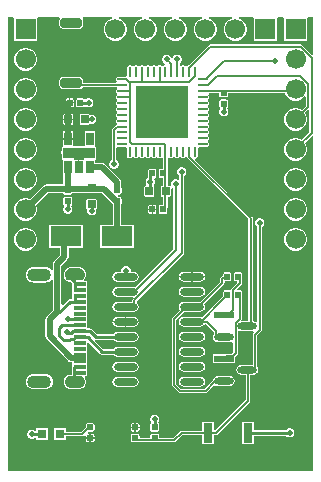
<source format=gtl>
%TF.GenerationSoftware,Altium Limited,Altium Designer,23.2.1 (34)*%
G04 Layer_Physical_Order=1*
G04 Layer_Color=255*
%FSLAX45Y45*%
%MOMM*%
%TF.SameCoordinates,A812FC76-EFF7-42A6-A9F1-56CA2D28D9A5*%
%TF.FilePolarity,Positive*%
%TF.FileFunction,Copper,L1,Top,Signal*%
%TF.Part,Single*%
G01*
G75*
%TA.AperFunction,SMDPad,CuDef*%
%ADD10O,2.03200X0.60960*%
%ADD11R,4.50000X4.50000*%
%ADD12O,0.25000X0.90000*%
%ADD13O,0.90000X0.25000*%
%ADD14R,1.00000X0.30000*%
G04:AMPARAMS|DCode=15|XSize=0.55mm|YSize=0.5mm|CornerRadius=0.0625mm|HoleSize=0mm|Usage=FLASHONLY|Rotation=270.000|XOffset=0mm|YOffset=0mm|HoleType=Round|Shape=RoundedRectangle|*
%AMROUNDEDRECTD15*
21,1,0.55000,0.37500,0,0,270.0*
21,1,0.42500,0.50000,0,0,270.0*
1,1,0.12500,-0.18750,-0.21250*
1,1,0.12500,-0.18750,0.21250*
1,1,0.12500,0.18750,0.21250*
1,1,0.12500,0.18750,-0.21250*
%
%ADD15ROUNDEDRECTD15*%
G04:AMPARAMS|DCode=16|XSize=0.55mm|YSize=0.5mm|CornerRadius=0.0625mm|HoleSize=0mm|Usage=FLASHONLY|Rotation=180.000|XOffset=0mm|YOffset=0mm|HoleType=Round|Shape=RoundedRectangle|*
%AMROUNDEDRECTD16*
21,1,0.55000,0.37500,0,0,180.0*
21,1,0.42500,0.50000,0,0,180.0*
1,1,0.12500,-0.21250,0.18750*
1,1,0.12500,0.21250,0.18750*
1,1,0.12500,0.21250,-0.18750*
1,1,0.12500,-0.21250,-0.18750*
%
%ADD16ROUNDEDRECTD16*%
%ADD17R,0.80000X1.70000*%
G04:AMPARAMS|DCode=18|XSize=1.65712mm|YSize=0.61213mm|CornerRadius=0.30606mm|HoleSize=0mm|Usage=FLASHONLY|Rotation=0.000|XOffset=0mm|YOffset=0mm|HoleType=Round|Shape=RoundedRectangle|*
%AMROUNDEDRECTD18*
21,1,1.65712,0.00000,0,0,0.0*
21,1,1.04499,0.61213,0,0,0.0*
1,1,0.61213,0.52250,0.00000*
1,1,0.61213,-0.52250,0.00000*
1,1,0.61213,-0.52250,0.00000*
1,1,0.61213,0.52250,0.00000*
%
%ADD18ROUNDEDRECTD18*%
%ADD19R,1.65712X0.61213*%
%ADD20C,0.90000*%
%ADD21R,2.65000X1.75000*%
%ADD22R,0.65000X1.10000*%
%ADD23R,0.80000X0.80000*%
G04:AMPARAMS|DCode=24|XSize=0.76mm|YSize=0.6604mm|CornerRadius=0.08255mm|HoleSize=0mm|Usage=FLASHONLY|Rotation=90.000|XOffset=0mm|YOffset=0mm|HoleType=Round|Shape=RoundedRectangle|*
%AMROUNDEDRECTD24*
21,1,0.76000,0.49530,0,0,90.0*
21,1,0.59490,0.66040,0,0,90.0*
1,1,0.16510,0.24765,0.29745*
1,1,0.16510,0.24765,-0.29745*
1,1,0.16510,-0.24765,-0.29745*
1,1,0.16510,-0.24765,0.29745*
%
%ADD24ROUNDEDRECTD24*%
G04:AMPARAMS|DCode=25|XSize=0.76mm|YSize=0.6604mm|CornerRadius=0.08255mm|HoleSize=0mm|Usage=FLASHONLY|Rotation=0.000|XOffset=0mm|YOffset=0mm|HoleType=Round|Shape=RoundedRectangle|*
%AMROUNDEDRECTD25*
21,1,0.76000,0.49530,0,0,0.0*
21,1,0.59490,0.66040,0,0,0.0*
1,1,0.16510,0.29745,-0.24765*
1,1,0.16510,-0.29745,-0.24765*
1,1,0.16510,-0.29745,0.24765*
1,1,0.16510,0.29745,0.24765*
%
%ADD25ROUNDEDRECTD25*%
G04:AMPARAMS|DCode=26|XSize=0.8mm|YSize=1.8mm|CornerRadius=0.2mm|HoleSize=0mm|Usage=FLASHONLY|Rotation=90.000|XOffset=0mm|YOffset=0mm|HoleType=Round|Shape=RoundedRectangle|*
%AMROUNDEDRECTD26*
21,1,0.80000,1.40000,0,0,90.0*
21,1,0.40000,1.80000,0,0,90.0*
1,1,0.40000,0.70000,0.20000*
1,1,0.40000,0.70000,-0.20000*
1,1,0.40000,-0.70000,-0.20000*
1,1,0.40000,-0.70000,0.20000*
%
%ADD26ROUNDEDRECTD26*%
%TA.AperFunction,Conductor*%
%ADD27C,0.25400*%
%ADD28C,0.10160*%
%ADD29C,0.15240*%
%ADD30C,0.50800*%
%ADD31C,0.20320*%
%TA.AperFunction,ComponentPad*%
G04:AMPARAMS|DCode=32|XSize=1.1mm|YSize=2.05mm|CornerRadius=0.55mm|HoleSize=0mm|Usage=FLASHONLY|Rotation=270.000|XOffset=0mm|YOffset=0mm|HoleType=Round|Shape=RoundedRectangle|*
%AMROUNDEDRECTD32*
21,1,1.10000,0.95000,0,0,270.0*
21,1,0.00000,2.05000,0,0,270.0*
1,1,1.10000,-0.47500,0.00000*
1,1,1.10000,-0.47500,0.00000*
1,1,1.10000,0.47500,0.00000*
1,1,1.10000,0.47500,0.00000*
%
%ADD32ROUNDEDRECTD32*%
G04:AMPARAMS|DCode=33|XSize=0.6mm|YSize=1.15mm|CornerRadius=0.3mm|HoleSize=0mm|Usage=FLASHONLY|Rotation=270.000|XOffset=0mm|YOffset=0mm|HoleType=Round|Shape=RoundedRectangle|*
%AMROUNDEDRECTD33*
21,1,0.60000,0.55000,0,0,270.0*
21,1,0.00000,1.15000,0,0,270.0*
1,1,0.60000,-0.27500,0.00000*
1,1,0.60000,-0.27500,0.00000*
1,1,0.60000,0.27500,0.00000*
1,1,0.60000,0.27500,0.00000*
%
%ADD33ROUNDEDRECTD33*%
%ADD34C,1.70000*%
%ADD35R,1.70000X1.70000*%
%ADD36R,1.70000X1.70000*%
%TA.AperFunction,ViaPad*%
%ADD37C,0.50000*%
G36*
X2613212Y-336817D02*
X2600512Y-342078D01*
X2518756Y-260321D01*
X2512875Y-256392D01*
X2505937Y-255012D01*
X1741623D01*
X1734686Y-256392D01*
X1728805Y-260321D01*
X1563591Y-425535D01*
X1561902Y-428062D01*
X1559646Y-430318D01*
X1552928Y-431655D01*
X1545433Y-436663D01*
X1544011Y-438792D01*
X1529529D01*
X1528107Y-436663D01*
X1520611Y-431655D01*
X1511770Y-429896D01*
X1502928Y-431655D01*
X1495433Y-436663D01*
X1494553Y-437980D01*
X1481853Y-434127D01*
Y-415451D01*
X1483158Y-414910D01*
X1494410Y-403658D01*
X1500500Y-388957D01*
Y-373043D01*
X1494410Y-358342D01*
X1483158Y-347090D01*
X1468457Y-341000D01*
X1452543D01*
X1437842Y-347090D01*
X1426590Y-358342D01*
X1422923Y-367193D01*
X1409177D01*
X1405510Y-358342D01*
X1394258Y-347090D01*
X1379557Y-341000D01*
X1363643D01*
X1348942Y-347090D01*
X1337690Y-358342D01*
X1331600Y-373043D01*
Y-388957D01*
X1337690Y-403658D01*
X1348942Y-414910D01*
X1356426Y-418010D01*
X1355125Y-431218D01*
X1352928Y-431655D01*
X1345433Y-436663D01*
X1344011Y-438792D01*
X1329529D01*
X1328107Y-436663D01*
X1320611Y-431655D01*
X1311770Y-429896D01*
X1302928Y-431655D01*
X1295433Y-436663D01*
X1294011Y-438792D01*
X1279529D01*
X1278107Y-436663D01*
X1270611Y-431655D01*
X1261770Y-429896D01*
X1252928Y-431655D01*
X1245433Y-436663D01*
X1244011Y-438792D01*
X1229529D01*
X1228107Y-436663D01*
X1220611Y-431655D01*
X1211770Y-429896D01*
X1202929Y-431655D01*
X1195433Y-436663D01*
X1194011Y-438792D01*
X1179529D01*
X1178107Y-436663D01*
X1170611Y-431655D01*
X1161770Y-429896D01*
X1152928Y-431655D01*
X1145433Y-436663D01*
X1144011Y-438792D01*
X1129529D01*
X1128107Y-436663D01*
X1120611Y-431655D01*
X1111770Y-429896D01*
X1102928Y-431655D01*
X1095433Y-436663D01*
X1094011Y-438792D01*
X1079529D01*
X1078107Y-436663D01*
X1070612Y-431655D01*
X1061770Y-429896D01*
X1052929Y-431655D01*
X1045433Y-436663D01*
X1040425Y-444158D01*
X1038666Y-453000D01*
Y-516316D01*
X1036404Y-520262D01*
X1031532Y-525134D01*
X1027586Y-527396D01*
X964270D01*
X955428Y-529155D01*
X947933Y-534163D01*
X942925Y-541659D01*
X941166Y-550500D01*
X942925Y-559342D01*
X947933Y-566837D01*
X949482Y-567872D01*
X945629Y-580572D01*
X664979D01*
Y-560572D01*
X662638Y-548804D01*
X655972Y-538828D01*
X645996Y-532162D01*
X634228Y-529821D01*
X494228D01*
X482461Y-532162D01*
X472484Y-538828D01*
X465818Y-548804D01*
X463478Y-560572D01*
Y-600572D01*
X465818Y-612340D01*
X472484Y-622316D01*
X482461Y-628982D01*
X494228Y-631323D01*
X634228D01*
X645996Y-628982D01*
X655972Y-622316D01*
X659639Y-616828D01*
X947927D01*
X947933Y-616837D01*
X950062Y-618259D01*
Y-632741D01*
X947933Y-634163D01*
X942925Y-641658D01*
X941166Y-650500D01*
X942925Y-659341D01*
X947933Y-666837D01*
X950062Y-668259D01*
Y-682741D01*
X947933Y-684163D01*
X942925Y-691659D01*
X941166Y-700500D01*
X942925Y-709341D01*
X947933Y-716837D01*
X950062Y-718259D01*
Y-732741D01*
X947933Y-734163D01*
X942925Y-741658D01*
X941166Y-750500D01*
X942925Y-759341D01*
X947933Y-766837D01*
X950062Y-768259D01*
Y-782741D01*
X947933Y-784163D01*
X942925Y-791658D01*
X941166Y-800500D01*
X942925Y-809341D01*
X947933Y-816837D01*
X950062Y-818259D01*
Y-832741D01*
X947933Y-834163D01*
X942925Y-841658D01*
X941166Y-850500D01*
X942925Y-859341D01*
X947933Y-866837D01*
X950062Y-868259D01*
Y-882741D01*
X947933Y-884163D01*
X942925Y-891658D01*
X941166Y-900500D01*
X942925Y-909341D01*
X947933Y-916837D01*
X950062Y-918259D01*
Y-932741D01*
X948967Y-933472D01*
X947562Y-933752D01*
X941681Y-937681D01*
X914281Y-965081D01*
X910352Y-970962D01*
X908972Y-977900D01*
Y-1234213D01*
X904442Y-1236090D01*
X893190Y-1247342D01*
X887100Y-1262043D01*
Y-1277957D01*
X893190Y-1292658D01*
X904442Y-1303910D01*
X919143Y-1310000D01*
X935057D01*
X949758Y-1303910D01*
X961010Y-1292658D01*
X967100Y-1277957D01*
Y-1262043D01*
X961010Y-1247342D01*
X949758Y-1236090D01*
X945228Y-1234213D01*
Y-1130304D01*
X949184Y-1127024D01*
X957928Y-1122342D01*
X964270Y-1123604D01*
X1027586D01*
X1031532Y-1125866D01*
X1036403Y-1130736D01*
X1038666Y-1134684D01*
Y-1198000D01*
X1040425Y-1206841D01*
X1045433Y-1214337D01*
X1052929Y-1219345D01*
X1061770Y-1221104D01*
X1070612Y-1219345D01*
X1078107Y-1214337D01*
X1079529Y-1212208D01*
X1094011D01*
X1095433Y-1214337D01*
X1102928Y-1219345D01*
X1111770Y-1221104D01*
X1120611Y-1219345D01*
X1128107Y-1214337D01*
X1129529Y-1212208D01*
X1144011D01*
X1145433Y-1214337D01*
X1152928Y-1219345D01*
X1161770Y-1221104D01*
X1170611Y-1219345D01*
X1178107Y-1214337D01*
X1179529Y-1212208D01*
X1194011D01*
X1195433Y-1214337D01*
X1202929Y-1219345D01*
X1211770Y-1221104D01*
X1220611Y-1219345D01*
X1228107Y-1214337D01*
X1229529Y-1212208D01*
X1244011D01*
X1245433Y-1214337D01*
X1252928Y-1219345D01*
X1261770Y-1221104D01*
X1270611Y-1219345D01*
X1278107Y-1214337D01*
X1279529Y-1212208D01*
X1294011D01*
X1295433Y-1214337D01*
X1302928Y-1219345D01*
X1311770Y-1221104D01*
X1320611Y-1219345D01*
X1328107Y-1214337D01*
X1328352Y-1213970D01*
X1341052Y-1217822D01*
Y-1308219D01*
X1321650D01*
X1315247Y-1309492D01*
X1309819Y-1313119D01*
X1306192Y-1318547D01*
X1304918Y-1324950D01*
Y-1367450D01*
X1306192Y-1373853D01*
X1309819Y-1379281D01*
X1315247Y-1382908D01*
X1321650Y-1384181D01*
X1339674D01*
Y-1450270D01*
X1333450Y-1451508D01*
X1327359Y-1455578D01*
X1323289Y-1461670D01*
X1321859Y-1468855D01*
Y-1528345D01*
X1323289Y-1535530D01*
X1327359Y-1541621D01*
X1333450Y-1545691D01*
X1338182Y-1546632D01*
Y-1613019D01*
X1321650D01*
X1315247Y-1614292D01*
X1309819Y-1617919D01*
X1306192Y-1623347D01*
X1304918Y-1629750D01*
Y-1672250D01*
X1306192Y-1678653D01*
X1309819Y-1684081D01*
X1315247Y-1687708D01*
X1321650Y-1688981D01*
X1359150D01*
X1365553Y-1687708D01*
X1370981Y-1684081D01*
X1374608Y-1678653D01*
X1375881Y-1672250D01*
Y-1647449D01*
X1378041Y-1644216D01*
X1379618Y-1636288D01*
Y-1547120D01*
X1390165D01*
X1397350Y-1545691D01*
X1403441Y-1541621D01*
X1407512Y-1535530D01*
X1408941Y-1528345D01*
Y-1477557D01*
X1421641Y-1471217D01*
X1427082Y-1475309D01*
Y-1990528D01*
X1107132Y-2310477D01*
X1094999Y-2308064D01*
X952759D01*
X936902Y-2311218D01*
X923459Y-2320200D01*
X914477Y-2333643D01*
X911323Y-2349500D01*
X914477Y-2365357D01*
X923459Y-2378800D01*
X936902Y-2387782D01*
X952759Y-2390936D01*
X1087809D01*
X1093070Y-2403636D01*
X1086365Y-2410341D01*
X1082435Y-2416222D01*
X1081055Y-2423160D01*
Y-2435064D01*
X952759D01*
X936902Y-2438218D01*
X923459Y-2447200D01*
X914477Y-2460643D01*
X911323Y-2476500D01*
X914477Y-2492357D01*
X923459Y-2505800D01*
X936902Y-2514782D01*
X952759Y-2517936D01*
X1094999D01*
X1110856Y-2514782D01*
X1124299Y-2505800D01*
X1133281Y-2492357D01*
X1136435Y-2476500D01*
X1133281Y-2460643D01*
X1124299Y-2447200D01*
X1118086Y-2443048D01*
X1117396Y-2430585D01*
X1511419Y-2036562D01*
X1515348Y-2030681D01*
X1516728Y-2023743D01*
Y-1369287D01*
X1521258Y-1367410D01*
X1532510Y-1356158D01*
X1538600Y-1341457D01*
Y-1325543D01*
X1532510Y-1310842D01*
X1521258Y-1299590D01*
X1506557Y-1293500D01*
X1490643D01*
X1475942Y-1299590D01*
X1464690Y-1310842D01*
X1458600Y-1325543D01*
Y-1341457D01*
X1464690Y-1356158D01*
X1475942Y-1367410D01*
X1480472Y-1369287D01*
Y-1394610D01*
X1467772Y-1400077D01*
X1455757Y-1395100D01*
X1439843D01*
X1425142Y-1401190D01*
X1413890Y-1412442D01*
X1407800Y-1427143D01*
Y-1443057D01*
X1407892Y-1443278D01*
X1397633Y-1451697D01*
X1397350Y-1451508D01*
X1390165Y-1450079D01*
X1381110D01*
Y-1350232D01*
X1380832Y-1348836D01*
X1380911Y-1348719D01*
X1382488Y-1340790D01*
Y-1217823D01*
X1395188Y-1213970D01*
X1395433Y-1214337D01*
X1402928Y-1219345D01*
X1411770Y-1221104D01*
X1420611Y-1219345D01*
X1428107Y-1214337D01*
X1429529Y-1212208D01*
X1444011D01*
X1445433Y-1214337D01*
X1452929Y-1219345D01*
X1461770Y-1221104D01*
X1470611Y-1219345D01*
X1478107Y-1214337D01*
X1479529Y-1212208D01*
X1494011D01*
X1495433Y-1214337D01*
X1502928Y-1219345D01*
X1511770Y-1221104D01*
X1520611Y-1219345D01*
X1528107Y-1214337D01*
X1529529Y-1212208D01*
X1544011D01*
X1545433Y-1214337D01*
X1546174Y-1214832D01*
X1548951Y-1218989D01*
X2064672Y-1734709D01*
Y-2600035D01*
X2011450D01*
X2007629Y-2594418D01*
X2005522Y-2587335D01*
X2008108Y-2583464D01*
X2009488Y-2576527D01*
Y-2402732D01*
X2009608Y-2402553D01*
X2010881Y-2396150D01*
Y-2353650D01*
X2009608Y-2347247D01*
X2005981Y-2341819D01*
X2000553Y-2338192D01*
X1994150Y-2336919D01*
X1973639D01*
X1968779Y-2325185D01*
X2004179Y-2289786D01*
X2008108Y-2283904D01*
X2009488Y-2276967D01*
Y-2250332D01*
X2009608Y-2250153D01*
X2010881Y-2243750D01*
Y-2201250D01*
X2009608Y-2194847D01*
X2005981Y-2189419D01*
X2000553Y-2185792D01*
X1994150Y-2184519D01*
X1956650D01*
X1950247Y-2185792D01*
X1944819Y-2189419D01*
X1941192Y-2194847D01*
X1939918Y-2201250D01*
Y-2243750D01*
X1941192Y-2250153D01*
X1944819Y-2255581D01*
X1950247Y-2259208D01*
X1956650Y-2260481D01*
X1964248D01*
X1969508Y-2273181D01*
X1917581Y-2325108D01*
X1913652Y-2330989D01*
X1910748Y-2337738D01*
X1904150Y-2336919D01*
X1866650D01*
X1860247Y-2338192D01*
X1854819Y-2341819D01*
X1851192Y-2347247D01*
X1849919Y-2353650D01*
Y-2387244D01*
X1831221Y-2405942D01*
X1831047Y-2406203D01*
X1672437Y-2564812D01*
X1658620Y-2562064D01*
X1516380D01*
X1500523Y-2565218D01*
X1487080Y-2574200D01*
X1478098Y-2587643D01*
X1474944Y-2603500D01*
X1478098Y-2619357D01*
X1487080Y-2632800D01*
X1500523Y-2641782D01*
X1516380Y-2644936D01*
X1658620D01*
X1674477Y-2641782D01*
X1687920Y-2632800D01*
X1694629Y-2622758D01*
X1707267Y-2622034D01*
X1775292Y-2690058D01*
Y-2706416D01*
X1774105Y-2707209D01*
X1765095Y-2720694D01*
X1761931Y-2736600D01*
X1765095Y-2752506D01*
X1774105Y-2765991D01*
X1787590Y-2775001D01*
X1803496Y-2778165D01*
X1907994D01*
X1923901Y-2775001D01*
X1924972Y-2774286D01*
X1937672Y-2781074D01*
Y-2863028D01*
X1926915Y-2873785D01*
X1873787D01*
X1872035Y-2874133D01*
X1762729D01*
Y-2955666D01*
X1948761D01*
Y-2903214D01*
X1968619Y-2883356D01*
X1972548Y-2877475D01*
X1973928Y-2870537D01*
Y-2759564D01*
X1974509Y-2756642D01*
Y-2689681D01*
X1973771Y-2685968D01*
X1977216Y-2682333D01*
X1986047Y-2678897D01*
X1987699Y-2680001D01*
X2003606Y-2683165D01*
X2102966D01*
X2108313Y-2695779D01*
X2105362Y-2698730D01*
X2101432Y-2704611D01*
X2100052Y-2711549D01*
Y-2968335D01*
X2003606D01*
X1987699Y-2971499D01*
X1974215Y-2980509D01*
X1965205Y-2993994D01*
X1962041Y-3009900D01*
X1965205Y-3025806D01*
X1974215Y-3039291D01*
X1987699Y-3048301D01*
X2003606Y-3051465D01*
X2042672D01*
Y-3265691D01*
X1785160Y-3523203D01*
X1772460Y-3520418D01*
Y-3448140D01*
X1672140D01*
Y-3525172D01*
X1498600D01*
X1491662Y-3526552D01*
X1485781Y-3530481D01*
X1430131Y-3586132D01*
X1307981D01*
Y-3569550D01*
X1306708Y-3563147D01*
X1303081Y-3557719D01*
X1297653Y-3554092D01*
X1291250Y-3552818D01*
X1248750D01*
X1242347Y-3554092D01*
X1236919Y-3557719D01*
X1233292Y-3563147D01*
X1232019Y-3569550D01*
Y-3586132D01*
X1142881D01*
Y-3569550D01*
X1141608Y-3563147D01*
X1137981Y-3557719D01*
X1132553Y-3554092D01*
X1126150Y-3552818D01*
X1083650D01*
X1077247Y-3554092D01*
X1071819Y-3557719D01*
X1068192Y-3563147D01*
X1066919Y-3569550D01*
Y-3607050D01*
X1068192Y-3613453D01*
X1071819Y-3618881D01*
X1077247Y-3622508D01*
X1083650Y-3623781D01*
X1126150D01*
X1132553Y-3622508D01*
X1132732Y-3622388D01*
X1242168D01*
X1242347Y-3622508D01*
X1248750Y-3623781D01*
X1291250D01*
X1297653Y-3622508D01*
X1297832Y-3622388D01*
X1437640D01*
X1444578Y-3621008D01*
X1450459Y-3617079D01*
X1506109Y-3561428D01*
X1672140D01*
Y-3638460D01*
X1772460D01*
Y-3561428D01*
X1790700D01*
X1797638Y-3560048D01*
X1803519Y-3556119D01*
X2073619Y-3286019D01*
X2077548Y-3280137D01*
X2078928Y-3273200D01*
Y-3051465D01*
X2108104D01*
X2124010Y-3048301D01*
X2137495Y-3039291D01*
X2146505Y-3025806D01*
X2149669Y-3009900D01*
X2146505Y-2993994D01*
X2137495Y-2980509D01*
X2136308Y-2979716D01*
Y-2719058D01*
X2171819Y-2683548D01*
X2175748Y-2677666D01*
X2177128Y-2670729D01*
Y-1801087D01*
X2181658Y-1799210D01*
X2192910Y-1787958D01*
X2199000Y-1773257D01*
Y-1757343D01*
X2192910Y-1742642D01*
X2181658Y-1731390D01*
X2166957Y-1725300D01*
X2151043D01*
X2136342Y-1731390D01*
X2125090Y-1742642D01*
X2119000Y-1757343D01*
Y-1773257D01*
X2125090Y-1787958D01*
X2136342Y-1799210D01*
X2140872Y-1801087D01*
Y-2599191D01*
X2128172Y-2605979D01*
X2124010Y-2603199D01*
X2108104Y-2600035D01*
X2100928D01*
Y-1727200D01*
X2099548Y-1720262D01*
X2095619Y-1714381D01*
X1614706Y-1233469D01*
X1618886Y-1219688D01*
X1620611Y-1219345D01*
X1628107Y-1214337D01*
X1633115Y-1206841D01*
X1634874Y-1198000D01*
Y-1134684D01*
X1637138Y-1130736D01*
X1642006Y-1125868D01*
X1645954Y-1123604D01*
X1709270D01*
X1718111Y-1121845D01*
X1725607Y-1116837D01*
X1730615Y-1109341D01*
X1732374Y-1100500D01*
X1730615Y-1091658D01*
X1725607Y-1084163D01*
X1723478Y-1082741D01*
Y-1068259D01*
X1725607Y-1066837D01*
X1730615Y-1059341D01*
X1732374Y-1050500D01*
X1730615Y-1041658D01*
X1725607Y-1034163D01*
X1723478Y-1032741D01*
Y-1018259D01*
X1725607Y-1016837D01*
X1730615Y-1009341D01*
X1732374Y-1000500D01*
X1730615Y-991658D01*
X1725607Y-984163D01*
X1723478Y-982741D01*
Y-968259D01*
X1725607Y-966837D01*
X1730615Y-959341D01*
X1732374Y-950500D01*
X1730615Y-941659D01*
X1725607Y-934163D01*
X1723478Y-932741D01*
Y-918259D01*
X1725607Y-916837D01*
X1730615Y-909341D01*
X1732374Y-900500D01*
X1730615Y-891658D01*
X1725607Y-884163D01*
X1723478Y-882741D01*
Y-868259D01*
X1725607Y-866837D01*
X1730615Y-859341D01*
X1732374Y-850500D01*
X1730615Y-841658D01*
X1725607Y-834163D01*
X1723478Y-832741D01*
Y-818259D01*
X1725607Y-816837D01*
X1730615Y-809341D01*
X1732374Y-800500D01*
X1730615Y-791658D01*
X1725607Y-784163D01*
X1723478Y-782741D01*
Y-768259D01*
X1725607Y-766837D01*
X1730615Y-759341D01*
X1732374Y-750500D01*
X1730615Y-741658D01*
X1725607Y-734163D01*
X1723478Y-732741D01*
Y-718259D01*
X1725607Y-716837D01*
X1730615Y-709341D01*
X1732374Y-700500D01*
X1730615Y-691659D01*
X1725607Y-684163D01*
X1730853Y-672394D01*
X1734288Y-668628D01*
X1816219D01*
Y-684950D01*
X1817492Y-691353D01*
X1821119Y-696781D01*
X1826547Y-700408D01*
X1832950Y-701682D01*
X1875450D01*
X1881853Y-700408D01*
X1887281Y-696781D01*
X1890908Y-691353D01*
X1892181Y-684950D01*
Y-668628D01*
X2374294D01*
X2375125Y-671730D01*
X2387653Y-693430D01*
X2405370Y-711147D01*
X2427070Y-723675D01*
X2451272Y-730160D01*
X2476328D01*
X2500530Y-723675D01*
X2522230Y-711147D01*
X2538292Y-695085D01*
X2550992Y-697426D01*
Y-773631D01*
X2515598Y-809025D01*
X2500530Y-800325D01*
X2476328Y-793840D01*
X2451272D01*
X2427070Y-800325D01*
X2405370Y-812853D01*
X2387653Y-830570D01*
X2375125Y-852270D01*
X2368640Y-876472D01*
Y-901528D01*
X2375125Y-925730D01*
X2387653Y-947430D01*
X2405370Y-965147D01*
X2427070Y-977675D01*
X2451272Y-984160D01*
X2476328D01*
X2500530Y-977675D01*
X2522230Y-965147D01*
X2539947Y-947430D01*
X2552475Y-925730D01*
X2558960Y-901528D01*
Y-876472D01*
X2552475Y-852270D01*
X2541916Y-833981D01*
X2569739Y-806159D01*
X2581472Y-811019D01*
Y-997151D01*
X2515598Y-1063025D01*
X2500530Y-1054325D01*
X2476328Y-1047840D01*
X2451272D01*
X2427070Y-1054325D01*
X2405370Y-1066853D01*
X2387653Y-1084570D01*
X2375125Y-1106270D01*
X2368640Y-1130472D01*
Y-1155528D01*
X2375125Y-1179730D01*
X2387653Y-1201430D01*
X2405370Y-1219147D01*
X2427070Y-1231675D01*
X2451272Y-1238160D01*
X2476328D01*
X2500530Y-1231675D01*
X2522230Y-1219147D01*
X2539947Y-1201430D01*
X2552475Y-1179730D01*
X2558960Y-1155528D01*
Y-1130472D01*
X2552475Y-1106270D01*
X2541916Y-1087981D01*
X2600512Y-1029385D01*
X2613212Y-1034646D01*
X2613212Y-3862892D01*
X25848Y-3862893D01*
X25848Y-23308D01*
X73474D01*
X82640Y-31840D01*
X82640Y-36008D01*
Y-222160D01*
X272960D01*
Y-36008D01*
X272960Y-31840D01*
X282126Y-23308D01*
X460698D01*
X467486Y-36008D01*
X465818Y-38504D01*
X463478Y-50272D01*
Y-90272D01*
X465818Y-102040D01*
X472484Y-112016D01*
X482461Y-118682D01*
X494228Y-121023D01*
X634228D01*
X645996Y-118682D01*
X655972Y-112016D01*
X662638Y-102040D01*
X664979Y-90272D01*
Y-50272D01*
X662638Y-38504D01*
X660970Y-36008D01*
X667759Y-23308D01*
X907506D01*
X909178Y-36008D01*
X900530Y-38325D01*
X878830Y-50853D01*
X861113Y-68570D01*
X848585Y-90270D01*
X842100Y-114472D01*
Y-139528D01*
X848585Y-163730D01*
X861113Y-185430D01*
X878830Y-203147D01*
X900530Y-215675D01*
X924732Y-222160D01*
X949788D01*
X973990Y-215675D01*
X995690Y-203147D01*
X1013407Y-185430D01*
X1025935Y-163730D01*
X1032420Y-139528D01*
Y-114472D01*
X1025935Y-90270D01*
X1013407Y-68570D01*
X995690Y-50853D01*
X973990Y-38325D01*
X965342Y-36008D01*
X967014Y-23308D01*
X1161506D01*
X1163178Y-36008D01*
X1154530Y-38325D01*
X1132830Y-50853D01*
X1115113Y-68570D01*
X1102585Y-90270D01*
X1096100Y-114472D01*
Y-139528D01*
X1102585Y-163730D01*
X1115113Y-185430D01*
X1132830Y-203147D01*
X1154530Y-215675D01*
X1178732Y-222160D01*
X1203788D01*
X1227990Y-215675D01*
X1249690Y-203147D01*
X1267407Y-185430D01*
X1279935Y-163730D01*
X1286420Y-139528D01*
Y-114472D01*
X1279935Y-90270D01*
X1267407Y-68570D01*
X1249690Y-50853D01*
X1227990Y-38325D01*
X1219342Y-36008D01*
X1221014Y-23308D01*
X1415506D01*
X1417178Y-36008D01*
X1408530Y-38325D01*
X1386830Y-50853D01*
X1369113Y-68570D01*
X1356585Y-90270D01*
X1350100Y-114472D01*
Y-139528D01*
X1356585Y-163730D01*
X1369113Y-185430D01*
X1386830Y-203147D01*
X1408530Y-215675D01*
X1432732Y-222160D01*
X1457788D01*
X1481990Y-215675D01*
X1503690Y-203147D01*
X1521407Y-185430D01*
X1533935Y-163730D01*
X1540420Y-139528D01*
Y-114472D01*
X1533935Y-90270D01*
X1521407Y-68570D01*
X1503690Y-50853D01*
X1481990Y-38325D01*
X1473342Y-36008D01*
X1475014Y-23308D01*
X1669506Y-23308D01*
X1671178Y-36008D01*
X1662530Y-38325D01*
X1640830Y-50853D01*
X1623113Y-68570D01*
X1610585Y-90270D01*
X1604100Y-114472D01*
Y-139528D01*
X1610585Y-163730D01*
X1623113Y-185430D01*
X1640830Y-203147D01*
X1662530Y-215675D01*
X1686732Y-222160D01*
X1711788D01*
X1735990Y-215675D01*
X1757690Y-203147D01*
X1775407Y-185430D01*
X1787935Y-163730D01*
X1794420Y-139528D01*
Y-114472D01*
X1787935Y-90270D01*
X1775407Y-68570D01*
X1757690Y-50853D01*
X1735990Y-38325D01*
X1727342Y-36008D01*
X1729014Y-23308D01*
X1923506D01*
X1925178Y-36008D01*
X1916530Y-38325D01*
X1894830Y-50853D01*
X1877113Y-68570D01*
X1864585Y-90270D01*
X1858100Y-114472D01*
Y-139528D01*
X1864585Y-163730D01*
X1877113Y-185430D01*
X1894830Y-203147D01*
X1916530Y-215675D01*
X1940732Y-222160D01*
X1965788D01*
X1989990Y-215675D01*
X2011690Y-203147D01*
X2029407Y-185430D01*
X2041935Y-163730D01*
X2048420Y-139528D01*
Y-114472D01*
X2041935Y-90270D01*
X2029407Y-68570D01*
X2011690Y-50853D01*
X1989990Y-38325D01*
X1981342Y-36008D01*
X1983014Y-23308D01*
X2102934D01*
X2112100Y-36008D01*
Y-222160D01*
X2302420D01*
Y-36008D01*
X2302420Y-31840D01*
X2311586Y-23308D01*
X2359474D01*
X2368640Y-36008D01*
Y-222160D01*
X2558960D01*
Y-36008D01*
X2558960Y-31840D01*
X2568126Y-23308D01*
X2613212D01*
Y-336817D01*
D02*
G37*
%LPC*%
G36*
X190328Y-285840D02*
X165272D01*
X141070Y-292325D01*
X119370Y-304853D01*
X101653Y-322570D01*
X89125Y-344270D01*
X82640Y-368472D01*
Y-393528D01*
X89125Y-417730D01*
X101653Y-439430D01*
X119370Y-457147D01*
X141070Y-469675D01*
X165272Y-476160D01*
X190328D01*
X214530Y-469675D01*
X236230Y-457147D01*
X253947Y-439430D01*
X266475Y-417730D01*
X272960Y-393528D01*
Y-368472D01*
X266475Y-344270D01*
X253947Y-322570D01*
X236230Y-304853D01*
X214530Y-292325D01*
X190328Y-285840D01*
D02*
G37*
G36*
X719157Y-709300D02*
X703243D01*
X688542Y-715390D01*
X687111Y-716821D01*
X672481Y-716219D01*
X667053Y-712592D01*
X660650Y-711319D01*
X623150D01*
X616747Y-712592D01*
X611319Y-716219D01*
X607692Y-721647D01*
X606418Y-728050D01*
Y-770550D01*
X607692Y-776953D01*
X611319Y-782381D01*
X616747Y-786008D01*
X623150Y-787281D01*
X660650D01*
X667053Y-786008D01*
X672481Y-782381D01*
X687111Y-781779D01*
X688542Y-783210D01*
X703243Y-789300D01*
X719157D01*
X733858Y-783210D01*
X745110Y-771958D01*
X751200Y-757257D01*
Y-741343D01*
X745110Y-726642D01*
X733858Y-715390D01*
X719157Y-709300D01*
D02*
G37*
G36*
X190328Y-539840D02*
X165272D01*
X141070Y-546325D01*
X119370Y-558853D01*
X101653Y-576570D01*
X89125Y-598270D01*
X82640Y-622472D01*
Y-647528D01*
X89125Y-671730D01*
X101653Y-693430D01*
X119370Y-711147D01*
X141070Y-723675D01*
X165272Y-730160D01*
X190328D01*
X214530Y-723675D01*
X236230Y-711147D01*
X253947Y-693430D01*
X266475Y-671730D01*
X272960Y-647528D01*
Y-622472D01*
X266475Y-598270D01*
X253947Y-576570D01*
X236230Y-558853D01*
X214530Y-546325D01*
X190328Y-539840D01*
D02*
G37*
G36*
X570650Y-711319D02*
X556980D01*
Y-744220D01*
X587382D01*
Y-728050D01*
X586108Y-721647D01*
X582481Y-716219D01*
X577053Y-712592D01*
X570650Y-711319D01*
D02*
G37*
G36*
X546820D02*
X533150D01*
X526747Y-712592D01*
X521319Y-716219D01*
X517692Y-721647D01*
X516419Y-728050D01*
Y-744220D01*
X546820D01*
Y-711319D01*
D02*
G37*
G36*
X587382Y-754380D02*
X556980D01*
Y-787281D01*
X570650D01*
X577053Y-786008D01*
X582481Y-782381D01*
X586108Y-776953D01*
X587382Y-770550D01*
Y-754380D01*
D02*
G37*
G36*
X546820D02*
X516419D01*
Y-770550D01*
X517692Y-776953D01*
X521319Y-782381D01*
X526747Y-786008D01*
X533150Y-787281D01*
X546820D01*
Y-754380D01*
D02*
G37*
G36*
X1875450Y-720718D02*
X1832950D01*
X1826547Y-721992D01*
X1821119Y-725619D01*
X1817492Y-731047D01*
X1816219Y-737450D01*
Y-774950D01*
X1817492Y-781353D01*
X1821119Y-786781D01*
X1821721Y-801411D01*
X1820290Y-802842D01*
X1814200Y-817543D01*
Y-833457D01*
X1820290Y-848158D01*
X1831542Y-859410D01*
X1846243Y-865500D01*
X1862157D01*
X1876858Y-859410D01*
X1888110Y-848158D01*
X1894200Y-833457D01*
Y-817543D01*
X1888110Y-802842D01*
X1886679Y-801411D01*
X1887281Y-786781D01*
X1890908Y-781353D01*
X1892181Y-774950D01*
Y-737450D01*
X1890908Y-731047D01*
X1887281Y-725619D01*
X1881853Y-721992D01*
X1875450Y-720718D01*
D02*
G37*
G36*
X564365Y-840479D02*
X544679D01*
Y-883920D01*
X583141D01*
Y-859255D01*
X581711Y-852070D01*
X577641Y-845978D01*
X571550Y-841908D01*
X564365Y-840479D01*
D02*
G37*
G36*
X534519D02*
X514835D01*
X507650Y-841908D01*
X501559Y-845978D01*
X497488Y-852070D01*
X496059Y-859255D01*
Y-883920D01*
X534519D01*
Y-840479D01*
D02*
G37*
G36*
X704365D02*
X654835D01*
X647650Y-841908D01*
X641559Y-845978D01*
X637489Y-852070D01*
X636059Y-859255D01*
Y-918745D01*
X637489Y-925930D01*
X641559Y-932021D01*
X647650Y-936091D01*
X654835Y-937520D01*
X704365D01*
X711550Y-936091D01*
X717641Y-932021D01*
X721607Y-926086D01*
X728643Y-929000D01*
X744557D01*
X759258Y-922910D01*
X770510Y-911658D01*
X776600Y-896957D01*
Y-881043D01*
X770510Y-866342D01*
X759258Y-855090D01*
X744557Y-849000D01*
X728643D01*
X721608Y-851914D01*
X717641Y-845978D01*
X711550Y-841908D01*
X704365Y-840479D01*
D02*
G37*
G36*
X583141Y-894080D02*
X544679D01*
Y-937520D01*
X564365D01*
X571550Y-936091D01*
X577641Y-932021D01*
X581711Y-925930D01*
X583141Y-918745D01*
Y-894080D01*
D02*
G37*
G36*
X534519D02*
X496059D01*
Y-918745D01*
X497488Y-925930D01*
X501559Y-932021D01*
X507650Y-936091D01*
X514835Y-937520D01*
X534519D01*
Y-894080D01*
D02*
G37*
G36*
X190328Y-793840D02*
X165272D01*
X141070Y-800325D01*
X119370Y-812853D01*
X101653Y-830570D01*
X89125Y-852270D01*
X82640Y-876472D01*
Y-901528D01*
X89125Y-925730D01*
X101653Y-947430D01*
X119370Y-965147D01*
X141070Y-977675D01*
X165272Y-984160D01*
X190328D01*
X214530Y-977675D01*
X236230Y-965147D01*
X253947Y-947430D01*
X266475Y-925730D01*
X272960Y-901528D01*
Y-876472D01*
X266475Y-852270D01*
X253947Y-830570D01*
X236230Y-812853D01*
X214530Y-800325D01*
X190328Y-793840D01*
D02*
G37*
G36*
X576560Y-990240D02*
X538980D01*
Y-1050321D01*
X576560D01*
Y-990240D01*
D02*
G37*
G36*
X528820D02*
X491240D01*
Y-1050321D01*
X528820D01*
Y-990240D01*
D02*
G37*
G36*
X766560D02*
X681240D01*
Y-1119303D01*
X576560D01*
Y-1060481D01*
X533900D01*
X491240D01*
Y-1120560D01*
X491240Y-1120560D01*
X490811Y-1121162D01*
X487524Y-1122524D01*
X484303Y-1130299D01*
X484303Y-1130300D01*
X484303Y-1130386D01*
Y-1151746D01*
X480700Y-1160443D01*
Y-1176357D01*
X484303Y-1185054D01*
Y-1219200D01*
X487524Y-1226976D01*
X491240Y-1230241D01*
Y-1360560D01*
X497643D01*
Y-1439483D01*
X353060D01*
X339185Y-1442243D01*
X327423Y-1450103D01*
X327422Y-1450103D01*
X214955Y-1562570D01*
X214530Y-1562325D01*
X190328Y-1555840D01*
X165272D01*
X141070Y-1562325D01*
X119370Y-1574853D01*
X101653Y-1592570D01*
X89125Y-1614270D01*
X82640Y-1638472D01*
Y-1663528D01*
X89125Y-1687730D01*
X101653Y-1709430D01*
X119370Y-1727147D01*
X141070Y-1739675D01*
X165272Y-1746160D01*
X190328D01*
X214530Y-1739675D01*
X236230Y-1727147D01*
X253947Y-1709430D01*
X266475Y-1687730D01*
X272960Y-1663528D01*
Y-1638472D01*
X266475Y-1614270D01*
X266230Y-1613845D01*
X368078Y-1511997D01*
X495726D01*
X496692Y-1516853D01*
X500319Y-1522281D01*
X505747Y-1525908D01*
X512150Y-1527182D01*
X554650D01*
X561053Y-1525908D01*
X566481Y-1522281D01*
X570108Y-1516853D01*
X570757Y-1513590D01*
X823182D01*
X884628Y-1575037D01*
X884629Y-1575037D01*
X889431Y-1578246D01*
X915235Y-1604049D01*
X915792Y-1606853D01*
X916243Y-1607528D01*
Y-1781940D01*
X808940D01*
Y-1977260D01*
X1094260D01*
Y-1781940D01*
X988757D01*
Y-1607528D01*
X989208Y-1606853D01*
X990481Y-1600450D01*
Y-1562950D01*
X989208Y-1556547D01*
X985581Y-1551119D01*
X980153Y-1547492D01*
X973750Y-1546218D01*
X961940D01*
X956582Y-1539497D01*
X962041Y-1527182D01*
X973750D01*
X980153Y-1525908D01*
X985581Y-1522281D01*
X989208Y-1516853D01*
X990481Y-1510450D01*
Y-1472950D01*
X989208Y-1466547D01*
X988757Y-1465872D01*
Y-1422401D01*
X988757Y-1422400D01*
X985997Y-1408525D01*
X978137Y-1396763D01*
X978137Y-1396762D01*
X851137Y-1269763D01*
X839375Y-1261903D01*
X825500Y-1259143D01*
X825499Y-1259143D01*
X766560D01*
Y-1230241D01*
X769776Y-1226976D01*
X772997Y-1219200D01*
Y-1130594D01*
X772997Y-1130300D01*
X772997Y-1130299D01*
X769776Y-1122524D01*
X767135Y-1121430D01*
X766560Y-1120560D01*
X766560Y-1120560D01*
Y-990240D01*
D02*
G37*
G36*
X190328Y-1047840D02*
X165272D01*
X141070Y-1054325D01*
X119370Y-1066853D01*
X101653Y-1084570D01*
X89125Y-1106270D01*
X82640Y-1130472D01*
Y-1155528D01*
X89125Y-1179730D01*
X101653Y-1201430D01*
X119370Y-1219147D01*
X141070Y-1231675D01*
X165272Y-1238160D01*
X190328D01*
X214530Y-1231675D01*
X236230Y-1219147D01*
X253947Y-1201430D01*
X266475Y-1179730D01*
X272960Y-1155528D01*
Y-1130472D01*
X266475Y-1106270D01*
X253947Y-1084570D01*
X236230Y-1066853D01*
X214530Y-1054325D01*
X190328Y-1047840D01*
D02*
G37*
G36*
X2476328Y-1301840D02*
X2451272D01*
X2427070Y-1308325D01*
X2405370Y-1320853D01*
X2387653Y-1338570D01*
X2375125Y-1360270D01*
X2368640Y-1384472D01*
Y-1409528D01*
X2375125Y-1433730D01*
X2387653Y-1455430D01*
X2405370Y-1473147D01*
X2427070Y-1485675D01*
X2451272Y-1492160D01*
X2476328D01*
X2500530Y-1485675D01*
X2522230Y-1473147D01*
X2539947Y-1455430D01*
X2552475Y-1433730D01*
X2558960Y-1409528D01*
Y-1384472D01*
X2552475Y-1360270D01*
X2539947Y-1338570D01*
X2522230Y-1320853D01*
X2500530Y-1308325D01*
X2476328Y-1301840D01*
D02*
G37*
G36*
X190328D02*
X165272D01*
X141070Y-1308325D01*
X119370Y-1320853D01*
X101653Y-1338570D01*
X89125Y-1360270D01*
X82640Y-1384472D01*
Y-1409528D01*
X89125Y-1433730D01*
X101653Y-1455430D01*
X119370Y-1473147D01*
X141070Y-1485675D01*
X165272Y-1492160D01*
X190328D01*
X214530Y-1485675D01*
X236230Y-1473147D01*
X253947Y-1455430D01*
X266475Y-1433730D01*
X272960Y-1409528D01*
Y-1384472D01*
X266475Y-1360270D01*
X253947Y-1338570D01*
X236230Y-1320853D01*
X214530Y-1308325D01*
X190328Y-1301840D01*
D02*
G37*
G36*
X1269150Y-1308219D02*
X1231650D01*
X1225247Y-1309492D01*
X1219819Y-1313119D01*
X1216192Y-1318547D01*
X1214919Y-1324950D01*
Y-1334269D01*
X1212906Y-1337281D01*
X1211132Y-1346200D01*
Y-1387119D01*
X1200530Y-1397722D01*
X1194440Y-1412423D01*
Y-1428336D01*
X1198298Y-1437651D01*
X1193811Y-1450474D01*
X1192005Y-1452474D01*
X1187359Y-1455578D01*
X1183288Y-1461670D01*
X1181859Y-1468855D01*
Y-1528345D01*
X1183288Y-1535530D01*
X1187359Y-1541621D01*
X1193450Y-1545691D01*
X1200635Y-1547120D01*
X1250165D01*
X1257350Y-1545691D01*
X1263441Y-1541621D01*
X1267511Y-1535530D01*
X1268941Y-1528345D01*
Y-1468855D01*
X1267511Y-1461670D01*
X1263441Y-1455579D01*
X1262757Y-1448631D01*
X1268350Y-1443038D01*
X1274440Y-1428336D01*
Y-1412423D01*
X1268350Y-1397722D01*
X1267510Y-1396881D01*
X1268203Y-1391514D01*
X1272170Y-1383581D01*
X1275553Y-1382908D01*
X1280981Y-1379281D01*
X1284608Y-1373853D01*
X1285882Y-1367450D01*
Y-1324950D01*
X1284608Y-1318547D01*
X1280981Y-1313119D01*
X1275553Y-1309492D01*
X1269150Y-1308219D01*
D02*
G37*
G36*
Y-1613019D02*
X1255480D01*
Y-1645920D01*
X1285882D01*
Y-1629750D01*
X1284608Y-1623347D01*
X1280981Y-1617919D01*
X1275553Y-1614292D01*
X1269150Y-1613019D01*
D02*
G37*
G36*
X1245320D02*
X1231650D01*
X1225247Y-1614292D01*
X1219819Y-1617919D01*
X1216192Y-1623347D01*
X1214919Y-1629750D01*
Y-1645920D01*
X1245320D01*
Y-1613019D01*
D02*
G37*
G36*
X1285882Y-1656080D02*
X1255480D01*
Y-1688981D01*
X1269150D01*
X1275553Y-1687708D01*
X1280981Y-1684081D01*
X1284608Y-1678653D01*
X1285882Y-1672250D01*
Y-1656080D01*
D02*
G37*
G36*
X1245320D02*
X1214919D01*
Y-1672250D01*
X1216192Y-1678653D01*
X1219819Y-1684081D01*
X1225247Y-1687708D01*
X1231650Y-1688981D01*
X1245320D01*
Y-1656080D01*
D02*
G37*
G36*
X554650Y-1546218D02*
X512150D01*
X505747Y-1547492D01*
X500319Y-1551119D01*
X496692Y-1556547D01*
X495419Y-1562950D01*
Y-1600450D01*
X496692Y-1606853D01*
X500319Y-1612281D01*
X500921Y-1626911D01*
X499490Y-1628342D01*
X493400Y-1643043D01*
Y-1658957D01*
X499490Y-1673658D01*
X510742Y-1684910D01*
X525443Y-1691000D01*
X541357D01*
X556058Y-1684910D01*
X567310Y-1673658D01*
X573400Y-1658957D01*
Y-1643043D01*
X567310Y-1628342D01*
X565879Y-1626911D01*
X566481Y-1612281D01*
X570108Y-1606853D01*
X571381Y-1600450D01*
Y-1562950D01*
X570108Y-1556547D01*
X566481Y-1551119D01*
X561053Y-1547492D01*
X554650Y-1546218D01*
D02*
G37*
G36*
X766345Y-1563159D02*
X706855D01*
X699670Y-1564589D01*
X693579Y-1568659D01*
X689509Y-1574750D01*
X688080Y-1581935D01*
Y-1631465D01*
X689509Y-1638650D01*
X693579Y-1644741D01*
X699514Y-1648707D01*
X696600Y-1655743D01*
Y-1671657D01*
X702690Y-1686358D01*
X713942Y-1697610D01*
X728643Y-1703700D01*
X744557D01*
X759258Y-1697610D01*
X770510Y-1686358D01*
X776600Y-1671657D01*
Y-1655743D01*
X773686Y-1648708D01*
X779622Y-1644741D01*
X783692Y-1638650D01*
X785121Y-1631465D01*
Y-1581935D01*
X783692Y-1574750D01*
X779622Y-1568659D01*
X773530Y-1564589D01*
X766345Y-1563159D01*
D02*
G37*
G36*
X2476328Y-1555840D02*
X2451272D01*
X2427070Y-1562325D01*
X2405370Y-1574853D01*
X2387653Y-1592570D01*
X2375125Y-1614270D01*
X2368640Y-1638472D01*
Y-1663528D01*
X2375125Y-1687730D01*
X2387653Y-1709430D01*
X2405370Y-1727147D01*
X2427070Y-1739675D01*
X2451272Y-1746160D01*
X2476328D01*
X2500530Y-1739675D01*
X2522230Y-1727147D01*
X2539947Y-1709430D01*
X2552475Y-1687730D01*
X2558960Y-1663528D01*
Y-1638472D01*
X2552475Y-1614270D01*
X2539947Y-1592570D01*
X2522230Y-1574853D01*
X2500530Y-1562325D01*
X2476328Y-1555840D01*
D02*
G37*
G36*
Y-1809840D02*
X2451272D01*
X2427070Y-1816325D01*
X2405370Y-1828853D01*
X2387653Y-1846570D01*
X2375125Y-1868270D01*
X2368640Y-1892472D01*
Y-1917528D01*
X2375125Y-1941730D01*
X2387653Y-1963430D01*
X2405370Y-1981147D01*
X2427070Y-1993675D01*
X2451272Y-2000160D01*
X2476328D01*
X2500530Y-1993675D01*
X2522230Y-1981147D01*
X2539947Y-1963430D01*
X2552475Y-1941730D01*
X2558960Y-1917528D01*
Y-1892472D01*
X2552475Y-1868270D01*
X2539947Y-1846570D01*
X2522230Y-1828853D01*
X2500530Y-1816325D01*
X2476328Y-1809840D01*
D02*
G37*
G36*
X190328D02*
X165272D01*
X141070Y-1816325D01*
X119370Y-1828853D01*
X101653Y-1846570D01*
X89125Y-1868270D01*
X82640Y-1892472D01*
Y-1917528D01*
X89125Y-1941730D01*
X101653Y-1963430D01*
X119370Y-1981147D01*
X141070Y-1993675D01*
X165272Y-2000160D01*
X190328D01*
X214530Y-1993675D01*
X236230Y-1981147D01*
X253947Y-1963430D01*
X266475Y-1941730D01*
X272960Y-1917528D01*
Y-1892472D01*
X266475Y-1868270D01*
X253947Y-1846570D01*
X236230Y-1828853D01*
X214530Y-1816325D01*
X190328Y-1809840D01*
D02*
G37*
G36*
X664260Y-1781940D02*
X378940D01*
Y-1977260D01*
X470343D01*
Y-2036301D01*
X418462Y-2088182D01*
X410603Y-2099944D01*
X407843Y-2113819D01*
X407843Y-2113821D01*
Y-2163958D01*
X395143Y-2168269D01*
X388973Y-2160227D01*
X375361Y-2149783D01*
X359510Y-2143217D01*
X342500Y-2140978D01*
X247500D01*
X230490Y-2143217D01*
X214639Y-2149783D01*
X201027Y-2160227D01*
X190583Y-2173839D01*
X184017Y-2189690D01*
X181778Y-2206700D01*
X184017Y-2223710D01*
X190583Y-2239561D01*
X201027Y-2253173D01*
X214639Y-2263617D01*
X230490Y-2270183D01*
X247500Y-2272422D01*
X342500D01*
X359510Y-2270183D01*
X375361Y-2263617D01*
X388973Y-2253173D01*
X395143Y-2245131D01*
X407843Y-2249442D01*
Y-2505579D01*
X355363Y-2558060D01*
X347503Y-2569822D01*
X344743Y-2583697D01*
X344743Y-2583698D01*
Y-2726664D01*
X344743Y-2726666D01*
X347503Y-2740540D01*
X355363Y-2752303D01*
X536996Y-2933937D01*
X536997Y-2933937D01*
X548759Y-2941797D01*
X562634Y-2944557D01*
X574840D01*
Y-2966206D01*
X574125Y-2966922D01*
X569072Y-2974483D01*
X567298Y-2983403D01*
Y-3054663D01*
X567098Y-3054703D01*
X536000D01*
X532938Y-3055971D01*
X529702Y-3056685D01*
X524269Y-3060481D01*
X523534Y-3061632D01*
X522307Y-3062235D01*
X513555Y-3072191D01*
X513115Y-3073484D01*
X512067Y-3074361D01*
X505931Y-3086111D01*
X505810Y-3087472D01*
X505001Y-3088572D01*
X501832Y-3101443D01*
X502038Y-3102794D01*
X501513Y-3104056D01*
X501503Y-3110683D01*
X501506Y-3110692D01*
X501503Y-3110700D01*
X501503Y-3121640D01*
X502340Y-3123661D01*
Y-3125849D01*
X510713Y-3146064D01*
X512260Y-3147610D01*
X513097Y-3149631D01*
X528569Y-3165103D01*
X530590Y-3165940D01*
X532137Y-3167487D01*
X552351Y-3175860D01*
X554539D01*
X556560Y-3176697D01*
X567500Y-3176697D01*
X567500Y-3176697D01*
X633440D01*
X635461Y-3175860D01*
X637648D01*
X657863Y-3167487D01*
X659409Y-3165940D01*
X661431Y-3165103D01*
X676903Y-3149631D01*
X677740Y-3147610D01*
X679286Y-3146064D01*
X687660Y-3125849D01*
Y-3123662D01*
X688497Y-3121640D01*
Y-3110701D01*
X688497Y-3110700D01*
X688493Y-3110692D01*
X688497Y-3110683D01*
X688487Y-3104055D01*
X687962Y-3102794D01*
X688168Y-3101443D01*
X684998Y-3088572D01*
X684189Y-3087472D01*
X684068Y-3086111D01*
X677932Y-3074361D01*
X676884Y-3073484D01*
X676444Y-3072191D01*
X675889Y-3071560D01*
X681635Y-3058860D01*
X695160D01*
Y-3008860D01*
Y-2915825D01*
X696657Y-2908300D01*
X695160Y-2900775D01*
Y-2776715D01*
X706893Y-2771855D01*
X809019Y-2873981D01*
X816581Y-2879034D01*
X825500Y-2880808D01*
X919455D01*
X923459Y-2886800D01*
X936902Y-2895782D01*
X952759Y-2898936D01*
X1094999D01*
X1110856Y-2895782D01*
X1124299Y-2886800D01*
X1133281Y-2873357D01*
X1136435Y-2857500D01*
X1133281Y-2841643D01*
X1124299Y-2828200D01*
X1110856Y-2819218D01*
X1094999Y-2816064D01*
X952759D01*
X936902Y-2819218D01*
X923459Y-2828200D01*
X919455Y-2834192D01*
X835155D01*
X767192Y-2766230D01*
X768361Y-2760751D01*
X772731Y-2753808D01*
X919455D01*
X923459Y-2759800D01*
X936902Y-2768782D01*
X952759Y-2771936D01*
X1094999D01*
X1110856Y-2768782D01*
X1124299Y-2759800D01*
X1133281Y-2746357D01*
X1136435Y-2730500D01*
X1133281Y-2714643D01*
X1124299Y-2701200D01*
X1110856Y-2692218D01*
X1094999Y-2689064D01*
X952759D01*
X936902Y-2692218D01*
X923459Y-2701200D01*
X919455Y-2707192D01*
X779496D01*
X739523Y-2667219D01*
X731961Y-2662166D01*
X723042Y-2660392D01*
X695160D01*
Y-2558860D01*
Y-2458860D01*
Y-2358860D01*
Y-2258540D01*
X681635D01*
X675889Y-2245840D01*
X676444Y-2245209D01*
X676884Y-2243916D01*
X677932Y-2243039D01*
X684068Y-2231290D01*
X684189Y-2229928D01*
X684998Y-2228828D01*
X688167Y-2215957D01*
X687962Y-2214607D01*
X688486Y-2213345D01*
X688497Y-2206717D01*
X688493Y-2206709D01*
X688497Y-2206700D01*
Y-2195760D01*
X687660Y-2193739D01*
Y-2191552D01*
X679286Y-2171337D01*
X677740Y-2169790D01*
X676902Y-2167769D01*
X661431Y-2152297D01*
X659409Y-2151460D01*
X657863Y-2149913D01*
X637648Y-2141540D01*
X635461D01*
X633440Y-2140703D01*
X567500Y-2140703D01*
X567499Y-2140703D01*
X556560Y-2140703D01*
X554539Y-2141540D01*
X552351D01*
X532136Y-2149914D01*
X530590Y-2151460D01*
X528569Y-2152297D01*
X513097Y-2167769D01*
X512260Y-2169790D01*
X510713Y-2171337D01*
X502340Y-2191552D01*
Y-2193739D01*
X501503Y-2195760D01*
Y-2206700D01*
X501506Y-2206709D01*
X501503Y-2206717D01*
X501513Y-2213345D01*
X502038Y-2214606D01*
X501832Y-2215957D01*
X505001Y-2228828D01*
X505810Y-2229929D01*
X505931Y-2231290D01*
X512067Y-2243039D01*
X513115Y-2243916D01*
X513555Y-2245209D01*
X522307Y-2255165D01*
X523533Y-2255768D01*
X524268Y-2256919D01*
X529702Y-2260715D01*
X532937Y-2261429D01*
X536000Y-2262697D01*
X559041D01*
X573592Y-2277248D01*
Y-2337498D01*
X574840Y-2343772D01*
Y-2382512D01*
X573592Y-2388786D01*
Y-2410392D01*
X551368D01*
X542449Y-2412166D01*
X534887Y-2417219D01*
X492090Y-2460016D01*
X480357Y-2455156D01*
Y-2128837D01*
X532237Y-2076957D01*
X532237Y-2076957D01*
X540097Y-2065194D01*
X542857Y-2051319D01*
X542857Y-2051318D01*
Y-1977260D01*
X664260D01*
Y-1781940D01*
D02*
G37*
G36*
X1658620Y-2181064D02*
X1592580D01*
Y-2217420D01*
X1699046D01*
X1696902Y-2206643D01*
X1687920Y-2193200D01*
X1674477Y-2184218D01*
X1658620Y-2181064D01*
D02*
G37*
G36*
X1582420D02*
X1516380D01*
X1500523Y-2184218D01*
X1487080Y-2193200D01*
X1478098Y-2206643D01*
X1475954Y-2217420D01*
X1582420D01*
Y-2181064D01*
D02*
G37*
G36*
X1699046Y-2227580D02*
X1592580D01*
Y-2263936D01*
X1658620D01*
X1674477Y-2260782D01*
X1687920Y-2251800D01*
X1696902Y-2238357D01*
X1699046Y-2227580D01*
D02*
G37*
G36*
X1582420D02*
X1475954D01*
X1478098Y-2238357D01*
X1487080Y-2251800D01*
X1500523Y-2260782D01*
X1516380Y-2263936D01*
X1582420D01*
Y-2227580D01*
D02*
G37*
G36*
X1036657Y-2131700D02*
X1020743D01*
X1006042Y-2137790D01*
X994790Y-2149042D01*
X988700Y-2163743D01*
Y-2179656D01*
X987760Y-2181064D01*
X952759D01*
X936902Y-2184218D01*
X923459Y-2193200D01*
X914477Y-2206643D01*
X911323Y-2222500D01*
X914477Y-2238357D01*
X923459Y-2251800D01*
X936902Y-2260782D01*
X952759Y-2263936D01*
X1094999D01*
X1110856Y-2260782D01*
X1124299Y-2251800D01*
X1133281Y-2238357D01*
X1136435Y-2222500D01*
X1133281Y-2206643D01*
X1124299Y-2193200D01*
X1110856Y-2184218D01*
X1094999Y-2181064D01*
X1069640D01*
X1068700Y-2179656D01*
Y-2163743D01*
X1062610Y-2149042D01*
X1051358Y-2137790D01*
X1036657Y-2131700D01*
D02*
G37*
G36*
X1658620Y-2308064D02*
X1516380D01*
X1500523Y-2311218D01*
X1487080Y-2320200D01*
X1478098Y-2333643D01*
X1474944Y-2349500D01*
X1478098Y-2365357D01*
X1487080Y-2378800D01*
X1500523Y-2387782D01*
X1516380Y-2390936D01*
X1658620D01*
X1674477Y-2387782D01*
X1687920Y-2378800D01*
X1696902Y-2365357D01*
X1700056Y-2349500D01*
X1696902Y-2333643D01*
X1687920Y-2320200D01*
X1674477Y-2311218D01*
X1658620Y-2308064D01*
D02*
G37*
G36*
X1094999Y-2562064D02*
X1028959D01*
Y-2598420D01*
X1135425D01*
X1133281Y-2587643D01*
X1124299Y-2574200D01*
X1110856Y-2565218D01*
X1094999Y-2562064D01*
D02*
G37*
G36*
X1018799D02*
X952759D01*
X936902Y-2565218D01*
X923459Y-2574200D01*
X914477Y-2587643D01*
X912333Y-2598420D01*
X1018799D01*
Y-2562064D01*
D02*
G37*
G36*
X1135425Y-2608580D02*
X1028959D01*
Y-2644936D01*
X1094999D01*
X1110856Y-2641782D01*
X1124299Y-2632800D01*
X1133281Y-2619357D01*
X1135425Y-2608580D01*
D02*
G37*
G36*
X1018799D02*
X912333D01*
X914477Y-2619357D01*
X923459Y-2632800D01*
X936902Y-2641782D01*
X952759Y-2644936D01*
X1018799D01*
Y-2608580D01*
D02*
G37*
G36*
X1658620Y-2689064D02*
X1516380D01*
X1500523Y-2692218D01*
X1487080Y-2701200D01*
X1478098Y-2714643D01*
X1474944Y-2730500D01*
X1478098Y-2746357D01*
X1487080Y-2759800D01*
X1500523Y-2768782D01*
X1516380Y-2771936D01*
X1658620D01*
X1674477Y-2768782D01*
X1687920Y-2759800D01*
X1696902Y-2746357D01*
X1700056Y-2730500D01*
X1696902Y-2714643D01*
X1687920Y-2701200D01*
X1674477Y-2692218D01*
X1658620Y-2689064D01*
D02*
G37*
G36*
Y-2816064D02*
X1516380D01*
X1500523Y-2819218D01*
X1487080Y-2828200D01*
X1478098Y-2841643D01*
X1474944Y-2857500D01*
X1478098Y-2873357D01*
X1487080Y-2886800D01*
X1500523Y-2895782D01*
X1516380Y-2898936D01*
X1658620D01*
X1674477Y-2895782D01*
X1687920Y-2886800D01*
X1696902Y-2873357D01*
X1700056Y-2857500D01*
X1696902Y-2841643D01*
X1687920Y-2828200D01*
X1674477Y-2819218D01*
X1658620Y-2816064D01*
D02*
G37*
G36*
Y-2943064D02*
X1516380D01*
X1500523Y-2946218D01*
X1487080Y-2955200D01*
X1478098Y-2968643D01*
X1474944Y-2984500D01*
X1478098Y-3000357D01*
X1487080Y-3013800D01*
X1500523Y-3022782D01*
X1516380Y-3025936D01*
X1658620D01*
X1674477Y-3022782D01*
X1687920Y-3013800D01*
X1696902Y-3000357D01*
X1700056Y-2984500D01*
X1696902Y-2968643D01*
X1687920Y-2955200D01*
X1674477Y-2946218D01*
X1658620Y-2943064D01*
D02*
G37*
G36*
X1094999D02*
X952759D01*
X936902Y-2946218D01*
X923459Y-2955200D01*
X914477Y-2968643D01*
X911323Y-2984500D01*
X914477Y-3000357D01*
X923459Y-3013800D01*
X936902Y-3022782D01*
X952759Y-3025936D01*
X1094999D01*
X1110856Y-3022782D01*
X1124299Y-3013800D01*
X1133281Y-3000357D01*
X1136435Y-2984500D01*
X1133281Y-2968643D01*
X1124299Y-2955200D01*
X1110856Y-2946218D01*
X1094999Y-2943064D01*
D02*
G37*
G36*
X1904150Y-2184519D02*
X1866650D01*
X1860247Y-2185792D01*
X1854819Y-2189419D01*
X1851192Y-2194847D01*
X1849919Y-2201250D01*
Y-2209068D01*
X1849001Y-2209681D01*
X1831221Y-2227461D01*
X1827292Y-2233342D01*
X1825912Y-2240280D01*
Y-2263684D01*
X1656960Y-2432635D01*
X1655337Y-2435064D01*
X1516380D01*
X1500523Y-2438218D01*
X1487080Y-2447200D01*
X1478098Y-2460643D01*
X1474944Y-2476500D01*
X1478098Y-2492357D01*
X1485526Y-2503474D01*
X1422281Y-2566718D01*
X1418352Y-2572599D01*
X1416972Y-2579536D01*
Y-3136900D01*
X1418352Y-3143838D01*
X1422281Y-3149719D01*
X1473081Y-3200519D01*
X1478962Y-3204448D01*
X1485900Y-3205828D01*
X1701800D01*
X1708738Y-3204448D01*
X1714619Y-3200519D01*
X1778146Y-3136991D01*
X1787590Y-3143301D01*
X1803496Y-3146465D01*
X1907994D01*
X1923901Y-3143301D01*
X1937385Y-3134291D01*
X1946395Y-3120806D01*
X1949559Y-3104900D01*
X1946395Y-3088994D01*
X1937385Y-3075509D01*
X1923901Y-3066499D01*
X1907994Y-3063335D01*
X1803496D01*
X1787590Y-3066499D01*
X1774105Y-3075509D01*
X1765095Y-3088994D01*
X1762392Y-3102580D01*
X1759049Y-3104814D01*
X1694291Y-3169572D01*
X1493409D01*
X1453228Y-3129391D01*
Y-2587045D01*
X1522337Y-2517936D01*
X1658620D01*
X1674477Y-2514782D01*
X1687920Y-2505800D01*
X1696902Y-2492357D01*
X1700056Y-2476500D01*
X1696902Y-2460643D01*
X1690223Y-2450647D01*
X1856859Y-2284011D01*
X1860788Y-2278130D01*
X1862168Y-2271193D01*
Y-2264160D01*
X1866650Y-2260481D01*
X1904150D01*
X1910553Y-2259208D01*
X1915981Y-2255581D01*
X1919608Y-2250153D01*
X1920882Y-2243750D01*
Y-2201250D01*
X1919608Y-2194847D01*
X1915981Y-2189419D01*
X1910553Y-2185792D01*
X1904150Y-2184519D01*
D02*
G37*
G36*
X1658620Y-3070064D02*
X1516380D01*
X1500523Y-3073218D01*
X1487080Y-3082200D01*
X1478098Y-3095643D01*
X1474944Y-3111500D01*
X1478098Y-3127357D01*
X1487080Y-3140800D01*
X1500523Y-3149782D01*
X1516380Y-3152936D01*
X1658620D01*
X1674477Y-3149782D01*
X1687920Y-3140800D01*
X1696902Y-3127357D01*
X1700056Y-3111500D01*
X1696902Y-3095643D01*
X1687920Y-3082200D01*
X1674477Y-3073218D01*
X1658620Y-3070064D01*
D02*
G37*
G36*
X1094999D02*
X952759D01*
X936902Y-3073218D01*
X923459Y-3082200D01*
X914477Y-3095643D01*
X911323Y-3111500D01*
X914477Y-3127357D01*
X923459Y-3140800D01*
X936902Y-3149782D01*
X952759Y-3152936D01*
X1094999D01*
X1110856Y-3149782D01*
X1124299Y-3140800D01*
X1133281Y-3127357D01*
X1136435Y-3111500D01*
X1133281Y-3095643D01*
X1124299Y-3082200D01*
X1110856Y-3073218D01*
X1094999Y-3070064D01*
D02*
G37*
G36*
X342500Y-3044978D02*
X247500D01*
X230490Y-3047217D01*
X214639Y-3053783D01*
X201027Y-3064228D01*
X190583Y-3077839D01*
X184017Y-3093690D01*
X181778Y-3110700D01*
X184017Y-3127710D01*
X190583Y-3143561D01*
X201027Y-3157173D01*
X214639Y-3167617D01*
X230490Y-3174183D01*
X247500Y-3176422D01*
X342500D01*
X359510Y-3174183D01*
X375361Y-3167617D01*
X388973Y-3157173D01*
X399417Y-3143561D01*
X405983Y-3127710D01*
X408222Y-3110700D01*
X405983Y-3093690D01*
X399417Y-3077839D01*
X388973Y-3064228D01*
X375361Y-3053783D01*
X359510Y-3047217D01*
X342500Y-3044978D01*
D02*
G37*
G36*
X1126150Y-3462819D02*
X1109980D01*
Y-3493221D01*
X1142881D01*
Y-3479550D01*
X1141608Y-3473147D01*
X1137981Y-3467719D01*
X1132553Y-3464092D01*
X1126150Y-3462819D01*
D02*
G37*
G36*
X1099820D02*
X1083650D01*
X1077247Y-3464092D01*
X1071819Y-3467719D01*
X1068192Y-3473147D01*
X1066919Y-3479550D01*
Y-3493221D01*
X1099820D01*
Y-3462819D01*
D02*
G37*
G36*
X368872Y-3505182D02*
X268552D01*
Y-3521423D01*
X255852Y-3526684D01*
X251258Y-3522090D01*
X236557Y-3516000D01*
X220643D01*
X205942Y-3522090D01*
X194690Y-3533342D01*
X188600Y-3548043D01*
Y-3563957D01*
X194690Y-3578658D01*
X205942Y-3589910D01*
X220643Y-3596000D01*
X236557D01*
X251258Y-3589910D01*
X255852Y-3585316D01*
X268552Y-3590577D01*
Y-3605502D01*
X368872D01*
Y-3505182D01*
D02*
G37*
G36*
X1277957Y-3389000D02*
X1262043D01*
X1247342Y-3395090D01*
X1236090Y-3406342D01*
X1230000Y-3421043D01*
Y-3436957D01*
X1236090Y-3451658D01*
X1237521Y-3453089D01*
X1236919Y-3467719D01*
X1233292Y-3473147D01*
X1232019Y-3479550D01*
Y-3517050D01*
X1233292Y-3523453D01*
X1236919Y-3528881D01*
X1242347Y-3532508D01*
X1248750Y-3533782D01*
X1291250D01*
X1297653Y-3532508D01*
X1303081Y-3528881D01*
X1306708Y-3523453D01*
X1307981Y-3517050D01*
Y-3479550D01*
X1306708Y-3473147D01*
X1303081Y-3467719D01*
X1302479Y-3453089D01*
X1303910Y-3451658D01*
X1310000Y-3436957D01*
Y-3421043D01*
X1303910Y-3406342D01*
X1292658Y-3395090D01*
X1277957Y-3389000D01*
D02*
G37*
G36*
X1142881Y-3503381D02*
X1109980D01*
Y-3533782D01*
X1126150D01*
X1132553Y-3532508D01*
X1137981Y-3528881D01*
X1141608Y-3523453D01*
X1142881Y-3517050D01*
Y-3503381D01*
D02*
G37*
G36*
X1099820D02*
X1066919D01*
Y-3517050D01*
X1068192Y-3523453D01*
X1071819Y-3528881D01*
X1077247Y-3532508D01*
X1083650Y-3533782D01*
X1099820D01*
Y-3503381D01*
D02*
G37*
G36*
X745150Y-3462819D02*
X702650D01*
X696247Y-3464092D01*
X690819Y-3467719D01*
X687192Y-3473147D01*
X685919Y-3479550D01*
Y-3502304D01*
X650351Y-3537872D01*
X518872D01*
Y-3505182D01*
X418552D01*
Y-3605502D01*
X518872D01*
Y-3574128D01*
X657860D01*
X664798Y-3572748D01*
X670679Y-3568819D01*
X673720Y-3565777D01*
X681181Y-3568085D01*
X685919Y-3571539D01*
Y-3583220D01*
X718820D01*
Y-3552818D01*
X708536D01*
X702497Y-3541006D01*
X708450Y-3533782D01*
X745150D01*
X751553Y-3532508D01*
X756981Y-3528881D01*
X760608Y-3523453D01*
X761881Y-3517050D01*
Y-3479550D01*
X760608Y-3473147D01*
X756981Y-3467719D01*
X751553Y-3464092D01*
X745150Y-3462819D01*
D02*
G37*
G36*
Y-3552818D02*
X728980D01*
Y-3583220D01*
X761881D01*
Y-3569550D01*
X760608Y-3563147D01*
X756981Y-3557719D01*
X751553Y-3554092D01*
X745150Y-3552818D01*
D02*
G37*
G36*
X2112460Y-3448140D02*
X2012140D01*
Y-3638460D01*
X2112460D01*
Y-3566608D01*
X2379739D01*
X2390342Y-3577210D01*
X2405043Y-3583300D01*
X2420957D01*
X2435658Y-3577210D01*
X2446910Y-3565958D01*
X2453000Y-3551257D01*
Y-3535343D01*
X2446910Y-3520642D01*
X2435658Y-3509390D01*
X2420957Y-3503300D01*
X2405043D01*
X2390342Y-3509390D01*
X2379739Y-3519992D01*
X2112460D01*
Y-3448140D01*
D02*
G37*
G36*
X761881Y-3593380D02*
X728980D01*
Y-3623781D01*
X745150D01*
X751553Y-3622508D01*
X756981Y-3618881D01*
X760608Y-3613453D01*
X761881Y-3607050D01*
Y-3593380D01*
D02*
G37*
G36*
X718820D02*
X685919D01*
Y-3607050D01*
X687192Y-3613453D01*
X690819Y-3618881D01*
X696247Y-3622508D01*
X702650Y-3623781D01*
X718820D01*
Y-3593380D01*
D02*
G37*
%LPD*%
G36*
X762000Y-1219200D02*
X673100D01*
X671560Y-1230240D01*
X633980D01*
Y-1295400D01*
X623820D01*
Y-1230240D01*
X586240D01*
X584200Y-1219200D01*
X495300D01*
Y-1130300D01*
X762000D01*
Y-1219200D01*
D02*
G37*
G36*
X622500Y-2151700D02*
X633440D01*
X653655Y-2160073D01*
X669126Y-2175545D01*
X677500Y-2195760D01*
Y-2206700D01*
X677489Y-2213328D01*
X674320Y-2226199D01*
X668184Y-2237949D01*
X659433Y-2247905D01*
X653999Y-2251700D01*
X536000Y-2251700D01*
X530567Y-2247904D01*
X521815Y-2237949D01*
X515679Y-2226199D01*
X512510Y-2213328D01*
X512500Y-2206700D01*
Y-2195760D01*
X520873Y-2175545D01*
X536345Y-2160074D01*
X556560Y-2151700D01*
X567500Y-2151701D01*
Y-2151700D01*
X622500Y-2151700D01*
D02*
G37*
G36*
X654000Y-2251700D02*
X653999D01*
D01*
X654000D01*
D02*
G37*
G36*
X653999Y-3065700D02*
X659433Y-3069496D01*
X668184Y-3079452D01*
X674320Y-3091201D01*
X677489Y-3104073D01*
X677500Y-3110700D01*
X677500D01*
Y-3121640D01*
X669126Y-3141855D01*
X653655Y-3157327D01*
X633440Y-3165700D01*
X567500D01*
Y-3165700D01*
X556560Y-3165700D01*
X536345Y-3157327D01*
X520873Y-3141855D01*
X512500Y-3121640D01*
X512500Y-3110700D01*
X512510Y-3104072D01*
X515679Y-3091201D01*
X521815Y-3079452D01*
X530567Y-3069496D01*
X536000Y-3065700D01*
X653999Y-3065700D01*
Y-3065700D01*
D02*
G37*
D10*
X1023879Y-2857500D02*
D03*
Y-2730500D02*
D03*
X1587500Y-3111500D02*
D03*
X1023879D02*
D03*
Y-2222500D02*
D03*
Y-2349500D02*
D03*
Y-2476500D02*
D03*
Y-2603500D02*
D03*
Y-2984500D02*
D03*
X1587500D02*
D03*
Y-2857500D02*
D03*
Y-2730500D02*
D03*
Y-2603500D02*
D03*
Y-2476500D02*
D03*
Y-2349500D02*
D03*
Y-2222500D02*
D03*
D11*
X1336770Y-825500D02*
D03*
D12*
X1061770Y-485500D02*
D03*
X1111770D02*
D03*
X1161770D02*
D03*
X1211770D02*
D03*
X1261770D02*
D03*
X1311770D02*
D03*
X1361770D02*
D03*
X1411770D02*
D03*
X1461770D02*
D03*
X1511770D02*
D03*
X1561770D02*
D03*
X1611770D02*
D03*
Y-1165500D02*
D03*
X1561770D02*
D03*
X1511770D02*
D03*
X1461770D02*
D03*
X1411770D02*
D03*
X1361770D02*
D03*
X1311770D02*
D03*
X1261770D02*
D03*
X1211770D02*
D03*
X1161770D02*
D03*
X1111770D02*
D03*
X1061770D02*
D03*
D13*
X1676770Y-550500D02*
D03*
Y-600500D02*
D03*
Y-650500D02*
D03*
Y-700500D02*
D03*
Y-750500D02*
D03*
Y-800500D02*
D03*
Y-850500D02*
D03*
Y-900500D02*
D03*
Y-950500D02*
D03*
Y-1000500D02*
D03*
Y-1050500D02*
D03*
Y-1100500D02*
D03*
X996770D02*
D03*
Y-1050500D02*
D03*
Y-1000500D02*
D03*
Y-950500D02*
D03*
Y-900500D02*
D03*
Y-850500D02*
D03*
Y-800500D02*
D03*
Y-750500D02*
D03*
Y-700500D02*
D03*
Y-650500D02*
D03*
Y-600500D02*
D03*
Y-550500D02*
D03*
D14*
X635000Y-2683700D02*
D03*
Y-2633700D02*
D03*
Y-2583700D02*
D03*
Y-2733700D02*
D03*
Y-2283700D02*
D03*
Y-2383700D02*
D03*
Y-2483700D02*
D03*
Y-2833700D02*
D03*
Y-2933700D02*
D03*
Y-3033700D02*
D03*
Y-2983700D02*
D03*
Y-2883700D02*
D03*
Y-2783700D02*
D03*
Y-2533700D02*
D03*
Y-2433700D02*
D03*
Y-2333700D02*
D03*
D15*
X1885400Y-2222500D02*
D03*
X1975400D02*
D03*
X1885400Y-2374900D02*
D03*
X1975400D02*
D03*
X1340400Y-1651000D02*
D03*
X1250400D02*
D03*
X1340400Y-1346200D02*
D03*
X1250400D02*
D03*
X641900Y-749300D02*
D03*
X551900D02*
D03*
D16*
X1104900Y-3498300D02*
D03*
Y-3588300D02*
D03*
X1854200Y-666200D02*
D03*
Y-756200D02*
D03*
X1270000Y-3588300D02*
D03*
Y-3498300D02*
D03*
X723900Y-3588300D02*
D03*
Y-3498300D02*
D03*
X952500Y-1491700D02*
D03*
Y-1581700D02*
D03*
X533400D02*
D03*
Y-1491700D02*
D03*
D17*
X2062300Y-3543300D02*
D03*
X1722300D02*
D03*
D18*
X2055855Y-2641600D02*
D03*
X1855745Y-2736600D02*
D03*
X2055855Y-3009900D02*
D03*
X1855745Y-3104900D02*
D03*
D19*
Y-2546600D02*
D03*
Y-2914900D02*
D03*
D20*
X595000Y-2201700D02*
D03*
Y-3115700D02*
D03*
D21*
X521600Y-1879600D02*
D03*
X951600D02*
D03*
D22*
X533900Y-1295400D02*
D03*
X628900D02*
D03*
X723900D02*
D03*
Y-1055400D02*
D03*
X533900D02*
D03*
D23*
X468712Y-3555342D02*
D03*
X318712D02*
D03*
D24*
X1225400Y-1498600D02*
D03*
X1365400D02*
D03*
X539600Y-889000D02*
D03*
X679600D02*
D03*
D25*
X736600Y-1466700D02*
D03*
Y-1606700D02*
D03*
D26*
X564228Y-580572D02*
D03*
Y-70272D02*
D03*
D27*
X825500Y-2857500D02*
X1023879D01*
X579920Y-2683700D02*
X635000D01*
Y-2733700D02*
X635691Y-2734391D01*
X702391D01*
X825500Y-2857500D01*
X635000Y-2683700D02*
X723042D01*
X600000Y-2733700D02*
X635000D01*
X723042Y-2683700D02*
X769842Y-2730500D01*
X1023879D01*
X558700Y-2745840D02*
X587860D01*
X482880Y-2633700D02*
X635000D01*
X459601Y-2720201D02*
Y-2656979D01*
X544860Y-2759680D02*
X558700Y-2745840D01*
X499080Y-2759680D02*
X544860D01*
X459601Y-2656979D02*
X482880Y-2633700D01*
X459601Y-2720201D02*
X499080Y-2759680D01*
X587860Y-2745840D02*
X600000Y-2733700D01*
X565268Y-2698352D02*
X579920Y-2683700D01*
X519828Y-2698352D02*
X565268D01*
X539000Y-2583700D02*
X635000D01*
X590606Y-3090902D02*
Y-2983403D01*
X555405Y-3126102D02*
X590606Y-3090902D01*
X555405Y-2226099D02*
X596900Y-2267594D01*
Y-2337498D02*
Y-2267594D01*
X444100Y-2520597D02*
X464471D01*
X551368Y-2433700D01*
X596900D02*
Y-2388786D01*
X551368Y-2433700D02*
X596900D01*
X2062300Y-3543300D02*
X2413000D01*
X1854200Y-825500D02*
Y-772160D01*
X1270000Y-3482340D02*
Y-3429000D01*
X228600Y-3556000D02*
X304800D01*
X1026290Y-2222500D02*
X1028700Y-2220090D01*
Y-2171700D01*
X674600Y-889000D02*
X736600D01*
X674592Y-889008D02*
X674600Y-889000D01*
X657860Y-749300D02*
X711200D01*
X736600Y-1663700D02*
Y-1601700D01*
X736592Y-1601692D02*
X736600Y-1601700D01*
X533400Y-1651000D02*
Y-1597660D01*
X1230392Y-1498608D02*
X1234440Y-1494560D01*
Y-1346200D01*
X590606Y-2983403D02*
X592907Y-2981101D01*
X635406D01*
D28*
X539000Y-2586691D02*
Y-2583700D01*
D29*
X1844040Y-2418760D02*
X1885400Y-2377400D01*
Y-2374900D01*
X1844040Y-2418847D02*
Y-2418760D01*
X1873787Y-2891913D02*
X1934424D01*
X1955800Y-2870537D01*
Y-2757224D01*
X1850800Y-2914900D02*
X1873787Y-2891913D01*
X1955219Y-2688519D02*
X1956381Y-2689681D01*
X1955800Y-2612087D02*
X1991360Y-2576527D01*
X1955800Y-2757224D02*
X1956381Y-2756642D01*
Y-2689681D01*
X1955219Y-2621558D02*
X1955800Y-2620976D01*
X1955219Y-2688519D02*
Y-2621558D01*
X1955800Y-2620976D02*
Y-2612087D01*
X547900Y-598700D02*
X1012470D01*
X1741623Y-273140D02*
X2505937D01*
X1576410Y-438353D02*
X1741623Y-273140D01*
X1561770Y-453832D02*
X1576410Y-439192D01*
Y-438353D01*
X1561770Y-495500D02*
Y-453832D01*
X1498600Y-2023743D02*
Y-1333500D01*
X1099183Y-2423160D02*
X1498600Y-2023743D01*
X1026290Y-2476500D02*
X1078064D01*
X1099183Y-2455380D02*
Y-2423160D01*
X1078064Y-2476500D02*
X1099183Y-2455380D01*
X2159000Y-2670729D02*
Y-1765300D01*
X2118180Y-2711549D02*
X2159000Y-2670729D01*
X657860Y-3556000D02*
X723900Y-3489960D01*
Y-3482340D01*
X482600Y-3556000D02*
X657860D01*
X1838067Y-3117633D02*
X1850800Y-3104900D01*
X1701800Y-3187700D02*
X1771867Y-3117633D01*
X1485900Y-3187700D02*
X1701800D01*
X1771867Y-3117633D02*
X1838067D01*
X1435100Y-3136900D02*
Y-2579536D01*
Y-3136900D02*
X1485900Y-3187700D01*
X1435100Y-2579536D02*
X1510042Y-2504594D01*
X1531162Y-2476500D02*
X1648659D01*
X1510042Y-2497620D02*
X1531162Y-2476500D01*
X1510042Y-2504594D02*
Y-2497620D01*
X2060800Y-3273200D02*
Y-3009900D01*
X1790700Y-3543300D02*
X2060800Y-3273200D01*
X1498600Y-3543300D02*
X1790700D01*
X1104900Y-3604260D02*
X1437640D01*
X927100Y-1270000D02*
Y-977900D01*
X546100Y-596900D02*
X547900Y-598700D01*
X1012470D02*
X1014270Y-600500D01*
X2445760Y-650500D02*
X2461260Y-635000D01*
X1659270Y-650500D02*
X2445760D01*
X1799834Y-519952D02*
X2498749D01*
X1719286Y-600500D02*
X1799834Y-519952D01*
X1857140Y-398582D02*
X2281118D01*
X2286000Y-393700D01*
X1705222Y-550500D02*
X1857140Y-398582D01*
X1659270Y-550500D02*
X1705222D01*
X2498749Y-519952D02*
X2569120Y-590323D01*
X2505937Y-273140D02*
X2599600Y-366803D01*
X2461260Y-1143000D02*
X2599600Y-1004660D01*
Y-366803D01*
X2461260Y-889000D02*
X2569120Y-781140D01*
Y-590323D01*
X1659270Y-600500D02*
X1719286D01*
X1437640Y-3604260D02*
X1498600Y-3543300D01*
X1561770Y-1206170D02*
X2082800Y-1727200D01*
X1561770Y-1206170D02*
Y-1148000D01*
X2082800Y-2619600D02*
Y-1727200D01*
X927100Y-977900D02*
X954500Y-950500D01*
X1014270D01*
X2060800Y-3009900D02*
X2095800D01*
X2118180Y-2987520D01*
Y-2711549D01*
X2060800Y-2641600D02*
X2082800Y-2619600D01*
X1659387Y-2603500D02*
X1714370D01*
X1589910D02*
X1659387D01*
X1714370D02*
X1793420Y-2682549D01*
Y-2714220D02*
Y-2682549D01*
X1815800Y-2736600D02*
X1850800D01*
X1793420Y-2714220D02*
X1815800Y-2736600D01*
X1991360Y-2576527D02*
Y-2374900D01*
X1930400Y-2502000D02*
Y-2337927D01*
X1850800Y-2546600D02*
X1885800D01*
X1991360Y-2276967D02*
Y-2222500D01*
X1930400Y-2337927D02*
X1991360Y-2276967D01*
X1885800Y-2546600D02*
X1930400Y-2502000D01*
X1669778Y-2455380D02*
Y-2445454D01*
X1844040Y-2271193D01*
Y-2240280D01*
X1648659Y-2476500D02*
X1669778Y-2455380D01*
X1861820Y-2222500D02*
X1869440D01*
X1844040Y-2240280D02*
X1861820Y-2222500D01*
X1659387Y-2603500D02*
X1844040Y-2418847D01*
D30*
X444100Y-2520597D02*
Y-2113819D01*
X381000Y-2726666D02*
Y-2583697D01*
X562634Y-2908300D02*
X635000D01*
X660400D01*
X381000Y-2726666D02*
X562634Y-2908300D01*
X381000Y-2583697D02*
X444100Y-2520597D01*
Y-2113819D02*
X506600Y-2051319D01*
Y-1879600D01*
X533400Y-1477334D02*
X838200D01*
X177800Y-1651000D02*
X353060Y-1475740D01*
X533400D01*
Y-1468120D01*
Y-1477334D02*
Y-1475740D01*
Y-1468120D02*
X533900Y-1467620D01*
Y-1295400D01*
X911860Y-1549400D02*
X952500Y-1590040D01*
X838200Y-1477334D02*
X910266Y-1549400D01*
X952500Y-1597660D02*
Y-1590040D01*
X910266Y-1549400D02*
X911860D01*
X534920Y-1054380D02*
Y-749300D01*
X535940D01*
X533900Y-1055400D02*
X534920Y-1054380D01*
X952500Y-1475740D02*
Y-1422400D01*
X825500Y-1295400D02*
X952500Y-1422400D01*
X723900Y-1295400D02*
X825500D01*
X952500Y-1865500D02*
X966600Y-1879600D01*
X952500Y-1865500D02*
Y-1597660D01*
D31*
X1358900Y-1636288D02*
Y-1487912D01*
X1371600Y-381190D02*
X1410735Y-420325D01*
Y-450699D02*
X1411770Y-451734D01*
Y-503000D02*
Y-451734D01*
X1410735Y-450699D02*
Y-420325D01*
X1371600Y-381190D02*
Y-381000D01*
X1461135Y-502365D02*
Y-381635D01*
X1460500Y-381000D02*
X1461135Y-381635D01*
Y-502365D02*
X1461770Y-503000D01*
X1308100Y-571500D02*
X1561690D01*
X1168400D02*
X1308100D01*
X1311770Y-567830D02*
Y-485500D01*
X1308100Y-571500D02*
X1311770Y-567830D01*
X1063870Y-571500D02*
X1168400D01*
X1161770Y-564870D02*
X1168400Y-571500D01*
X1161770Y-564870D02*
Y-485500D01*
X1051536Y-571500D02*
X1063870D01*
X1014270Y-550500D02*
X1030536D01*
X1051536Y-571500D01*
X1063870Y-647700D02*
Y-571500D01*
X1360392Y-1498608D02*
Y-1350232D01*
X1361770Y-1340790D02*
Y-1110303D01*
X1356360Y-1346200D02*
X1360392Y-1350232D01*
X1447800Y-1999110D02*
Y-1435100D01*
X1097410Y-2349500D02*
X1447800Y-1999110D01*
X1026290Y-2349500D02*
X1097410D01*
X1063870Y-1083521D02*
X1078749Y-1098400D01*
X1349867D02*
X1361770Y-1110303D01*
X1078749Y-1098400D02*
X1349867D01*
X1063870Y-698500D02*
Y-647700D01*
Y-1083521D02*
Y-698500D01*
X1014270Y-700500D02*
X1061870D01*
X1063870Y-698500D01*
X1061070Y-650500D02*
X1063870Y-647700D01*
X1014270Y-650500D02*
X1061070D01*
X1609430Y-505340D02*
X1611770Y-503000D01*
X1609430Y-523760D02*
Y-505340D01*
X1561690Y-571500D02*
X1609430Y-523760D01*
X1356360Y-1346200D02*
X1361770Y-1340790D01*
D32*
X295000Y-2206700D02*
D03*
Y-3110700D02*
D03*
D33*
X595000Y-2206700D02*
D03*
Y-3110700D02*
D03*
D34*
X2463800Y-1905000D02*
D03*
Y-1651000D02*
D03*
Y-381000D02*
D03*
Y-635000D02*
D03*
Y-889000D02*
D03*
Y-1143000D02*
D03*
Y-1397000D02*
D03*
X177800Y-1905000D02*
D03*
Y-1651000D02*
D03*
Y-381000D02*
D03*
Y-635000D02*
D03*
Y-889000D02*
D03*
Y-1143000D02*
D03*
Y-1397000D02*
D03*
X937260Y-127000D02*
D03*
X1191260D02*
D03*
X1445260D02*
D03*
X1699260D02*
D03*
X1953260D02*
D03*
D35*
X2463800D02*
D03*
X177800D02*
D03*
D36*
X2207260D02*
D03*
D37*
X533400Y-2578100D02*
D03*
X525780Y-2692400D02*
D03*
X1501770Y-990500D02*
D03*
X1391770D02*
D03*
X1281770D02*
D03*
X1171770D02*
D03*
X1501770Y-880500D02*
D03*
X1391770D02*
D03*
X1281770D02*
D03*
X1171770D02*
D03*
X1501770Y-770500D02*
D03*
X1391770D02*
D03*
X1281770D02*
D03*
X1171770D02*
D03*
X1501770Y-660500D02*
D03*
X1391770D02*
D03*
X1281770D02*
D03*
X1171770D02*
D03*
X1371600Y-381000D02*
D03*
X1460500D02*
D03*
X2413000Y-3543300D02*
D03*
X1854200Y-825500D02*
D03*
X1270000Y-3429000D02*
D03*
X228600Y-3556000D02*
D03*
X1028700Y-2171700D02*
D03*
X736600Y-889000D02*
D03*
X711200Y-749300D02*
D03*
X723900Y-1168400D02*
D03*
X622300D02*
D03*
X520700D02*
D03*
X736600Y-1663700D02*
D03*
X533400Y-1651000D02*
D03*
X1234440Y-1420380D02*
D03*
X1447800Y-1435100D02*
D03*
X1498600Y-1333500D02*
D03*
X2159000Y-1765300D02*
D03*
X927100Y-1270000D02*
D03*
X2286000Y-393700D02*
D03*
%TF.MD5,e57e85b564d74bfed9c4069db84d1b52*%
M02*

</source>
